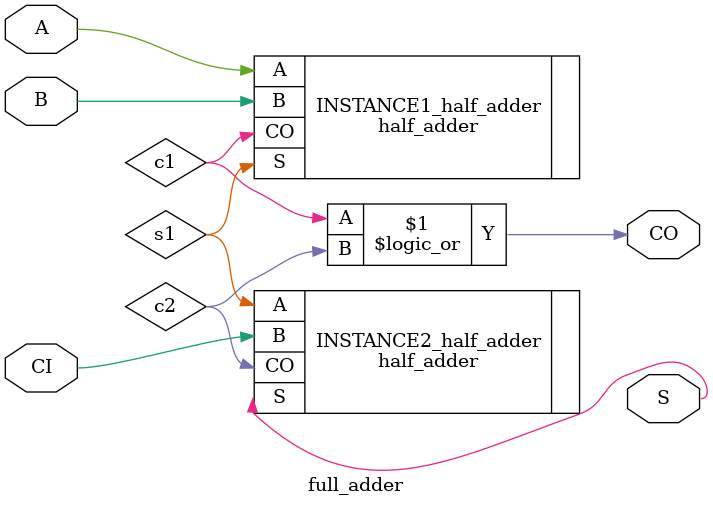
<source format=v>
`timescale 1ns / 1ps

module full_adder(
    input    A,
    input    B,
    input    CI,
    output   S,
    output   CO
    );
wire c1,s1,c2;
   
half_adder INSTANCE1_half_adder(
    .A(A),
    .B(B),
    .S(s1),
    .CO(c1)
    );
    
half_adder INSTANCE2_half_adder(
    .A(s1),
    .B(CI),
    .S(S),
    .CO(c2)
    );
assign CO = c1 || c2;    

endmodule

</source>
